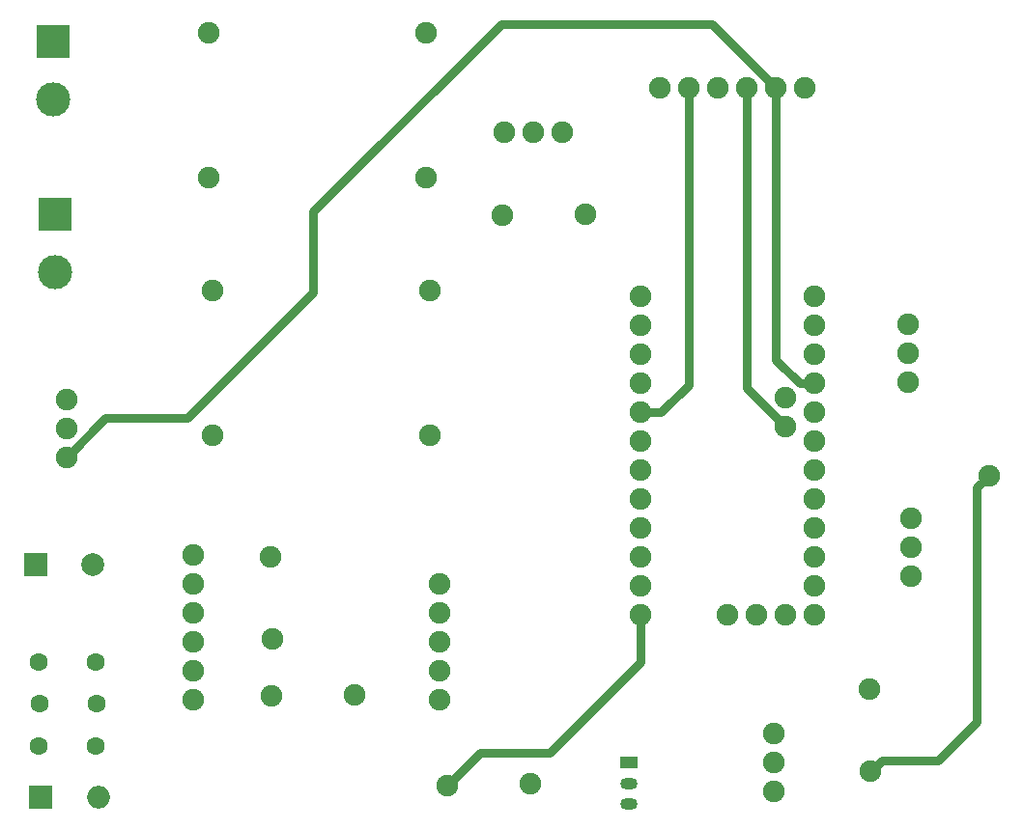
<source format=gbr>
G04 #@! TF.GenerationSoftware,KiCad,Pcbnew,(5.1.4)-1*
G04 #@! TF.CreationDate,2020-04-02T17:49:22-05:00*
G04 #@! TF.ProjectId,DoubLayerSim,446f7562-4c61-4796-9572-53696d2e6b69,rev?*
G04 #@! TF.SameCoordinates,Original*
G04 #@! TF.FileFunction,Copper,L2,Bot*
G04 #@! TF.FilePolarity,Positive*
%FSLAX46Y46*%
G04 Gerber Fmt 4.6, Leading zero omitted, Abs format (unit mm)*
G04 Created by KiCad (PCBNEW (5.1.4)-1) date 2020-04-02 17:49:22*
%MOMM*%
%LPD*%
G04 APERTURE LIST*
%ADD10O,1.500000X1.050000*%
%ADD11R,1.500000X1.050000*%
%ADD12O,1.900000X1.900000*%
%ADD13C,1.900000*%
%ADD14R,3.000000X3.000000*%
%ADD15C,3.000000*%
%ADD16R,2.000000X2.000000*%
%ADD17C,2.000000*%
%ADD18C,1.600000*%
%ADD19O,2.000000X2.000000*%
%ADD20C,0.750000*%
G04 APERTURE END LIST*
D10*
X171932600Y-115443000D03*
X171932600Y-117221000D03*
D11*
X171932600Y-113538000D03*
D12*
X168097200Y-65430400D03*
D13*
X160858200Y-65557400D03*
D12*
X140665200Y-102743000D03*
D13*
X140538200Y-95504000D03*
D12*
X147853400Y-107619800D03*
D13*
X140614400Y-107746800D03*
D12*
X193116200Y-114325400D03*
D13*
X192989200Y-107086400D03*
X180594000Y-100634800D03*
X183134000Y-100634800D03*
X185674000Y-100634800D03*
X185674000Y-84124800D03*
X185674000Y-81584800D03*
X188214000Y-100634800D03*
X188214000Y-98094800D03*
X188214000Y-95554800D03*
X188214000Y-93014800D03*
X188214000Y-90474800D03*
X188214000Y-87934800D03*
X188214000Y-85394800D03*
X188214000Y-82854800D03*
X188214000Y-80314800D03*
X188214000Y-77774800D03*
X188214000Y-75234800D03*
X188214000Y-72694800D03*
X172974000Y-100634800D03*
X172974000Y-98094800D03*
X172974000Y-95554800D03*
X172974000Y-93014800D03*
X172974000Y-90474800D03*
X172974000Y-87934800D03*
X172974000Y-85394800D03*
X172974000Y-82854800D03*
X172974000Y-80314800D03*
X172974000Y-77774800D03*
X172974000Y-75234800D03*
X172974000Y-72694800D03*
X196621400Y-92100400D03*
X196621400Y-94640400D03*
X196621400Y-97180400D03*
X196367400Y-80162400D03*
X196367400Y-75082400D03*
X196367400Y-77622400D03*
X187325000Y-54381400D03*
X184785000Y-54381400D03*
X182245000Y-54381400D03*
X179705000Y-54381400D03*
X177165000Y-54381400D03*
X174625000Y-54381400D03*
X163576000Y-58293000D03*
X166116000Y-58293000D03*
X161036000Y-58293000D03*
X184658000Y-111048800D03*
X184658000Y-116128800D03*
X184658000Y-113588800D03*
D14*
X121437400Y-50266600D03*
D15*
X121437400Y-55346600D03*
X121666000Y-70510400D03*
D14*
X121666000Y-65430400D03*
D13*
X135077200Y-49580800D03*
X135077200Y-62280800D03*
X154127200Y-49580800D03*
X154127200Y-62280800D03*
X133705600Y-95351600D03*
X133705600Y-97891600D03*
X133705600Y-100431600D03*
X133705600Y-102971600D03*
X133705600Y-105511600D03*
X133705600Y-108051600D03*
X155295600Y-97891600D03*
X155295600Y-100431600D03*
X155295600Y-102971600D03*
X155295600Y-105511600D03*
X155295600Y-108051600D03*
X122605800Y-86817200D03*
X122605800Y-84277200D03*
X122605800Y-81737200D03*
X135407400Y-72186800D03*
X135407400Y-84886800D03*
X154457400Y-72186800D03*
X154457400Y-84886800D03*
D16*
X119938800Y-96189800D03*
D17*
X124938800Y-96189800D03*
D18*
X120218200Y-104749600D03*
X125218200Y-104749600D03*
X125243600Y-108407200D03*
X120243600Y-108407200D03*
X120218200Y-112141000D03*
X125218200Y-112141000D03*
D16*
X120319800Y-116586000D03*
D19*
X125399800Y-116586000D03*
D13*
X163271200Y-115443000D03*
D12*
X156032200Y-115570000D03*
D13*
X203479400Y-88366600D03*
D20*
X155295600Y-98145600D02*
X155295600Y-97891600D01*
X182245000Y-80695800D02*
X182245000Y-58013600D01*
X185674000Y-84124800D02*
X182245000Y-80695800D01*
X182245000Y-58013600D02*
X182245000Y-54381400D01*
X184785000Y-58013600D02*
X184785000Y-54381400D01*
X184785000Y-78229302D02*
X184785000Y-58013600D01*
X188214000Y-80314800D02*
X186870498Y-80314800D01*
X186870498Y-80314800D02*
X184785000Y-78229302D01*
X126061201Y-83361799D02*
X133224001Y-83361799D01*
X122605800Y-86817200D02*
X126061201Y-83361799D01*
X133224001Y-83361799D02*
X144272000Y-72313800D01*
X144272000Y-72313800D02*
X144272000Y-65227200D01*
X144272000Y-65227200D02*
X160705800Y-48793400D01*
X179197000Y-48793400D02*
X184785000Y-54381400D01*
X160705800Y-48793400D02*
X179197000Y-48793400D01*
X177165000Y-80441800D02*
X177165000Y-58013600D01*
X172974000Y-82854800D02*
X174752000Y-82854800D01*
X174752000Y-82854800D02*
X177165000Y-80441800D01*
X177165000Y-58013600D02*
X177165000Y-54381400D01*
X156032200Y-115570000D02*
X158877000Y-112725200D01*
X158877000Y-112725200D02*
X164998400Y-112725200D01*
X172974000Y-104749600D02*
X172974000Y-100634800D01*
X164998400Y-112725200D02*
X172974000Y-104749600D01*
X194066199Y-113375401D02*
X198993799Y-113375401D01*
X193116200Y-114325400D02*
X194066199Y-113375401D01*
X198993799Y-113375401D02*
X202412600Y-109956600D01*
X202412600Y-89433400D02*
X203479400Y-88366600D01*
X202412600Y-109956600D02*
X202412600Y-89433400D01*
M02*

</source>
